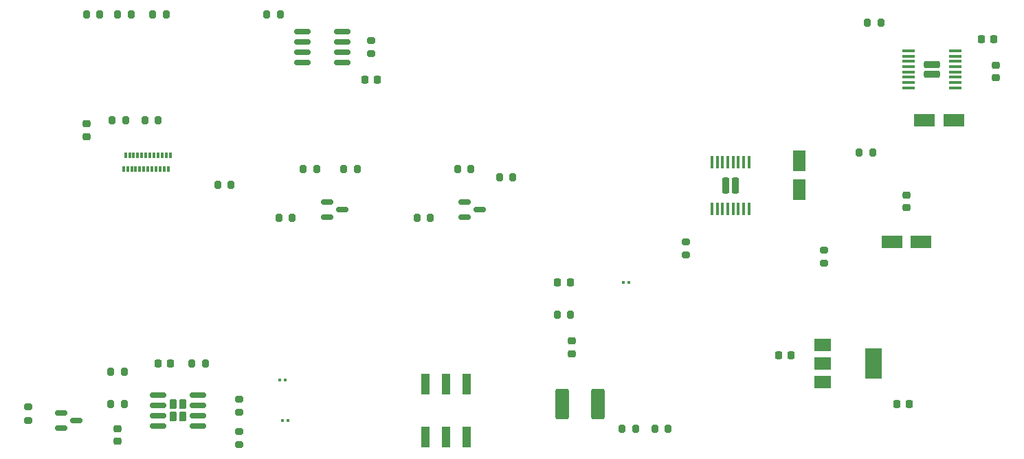
<source format=gbr>
%TF.GenerationSoftware,KiCad,Pcbnew,(7.0.0)*%
%TF.CreationDate,2025-04-15T21:28:57+02:00*%
%TF.ProjectId,PowerSchematic,506f7765-7253-4636-9865-6d617469632e,rev?*%
%TF.SameCoordinates,Original*%
%TF.FileFunction,Paste,Top*%
%TF.FilePolarity,Positive*%
%FSLAX46Y46*%
G04 Gerber Fmt 4.6, Leading zero omitted, Abs format (unit mm)*
G04 Created by KiCad (PCBNEW (7.0.0)) date 2025-04-15 21:28:57*
%MOMM*%
%LPD*%
G01*
G04 APERTURE LIST*
G04 Aperture macros list*
%AMRoundRect*
0 Rectangle with rounded corners*
0 $1 Rounding radius*
0 $2 $3 $4 $5 $6 $7 $8 $9 X,Y pos of 4 corners*
0 Add a 4 corners polygon primitive as box body*
4,1,4,$2,$3,$4,$5,$6,$7,$8,$9,$2,$3,0*
0 Add four circle primitives for the rounded corners*
1,1,$1+$1,$2,$3*
1,1,$1+$1,$4,$5*
1,1,$1+$1,$6,$7*
1,1,$1+$1,$8,$9*
0 Add four rect primitives between the rounded corners*
20,1,$1+$1,$2,$3,$4,$5,0*
20,1,$1+$1,$4,$5,$6,$7,0*
20,1,$1+$1,$6,$7,$8,$9,0*
20,1,$1+$1,$8,$9,$2,$3,0*%
G04 Aperture macros list end*
%ADD10RoundRect,0.200000X-0.275000X0.200000X-0.275000X-0.200000X0.275000X-0.200000X0.275000X0.200000X0*%
%ADD11RoundRect,0.100000X-0.687500X-0.100000X0.687500X-0.100000X0.687500X0.100000X-0.687500X0.100000X0*%
%ADD12RoundRect,0.232500X-0.757500X-0.232500X0.757500X-0.232500X0.757500X0.232500X-0.757500X0.232500X0*%
%ADD13RoundRect,0.200000X-0.200000X-0.275000X0.200000X-0.275000X0.200000X0.275000X-0.200000X0.275000X0*%
%ADD14RoundRect,0.225000X0.250000X-0.225000X0.250000X0.225000X-0.250000X0.225000X-0.250000X-0.225000X0*%
%ADD15RoundRect,0.100000X0.100000X-0.687500X0.100000X0.687500X-0.100000X0.687500X-0.100000X-0.687500X0*%
%ADD16RoundRect,0.232500X0.232500X-0.757500X0.232500X0.757500X-0.232500X0.757500X-0.232500X-0.757500X0*%
%ADD17RoundRect,0.225000X-0.250000X0.225000X-0.250000X-0.225000X0.250000X-0.225000X0.250000X0.225000X0*%
%ADD18R,1.000000X2.500000*%
%ADD19RoundRect,0.200000X0.275000X-0.200000X0.275000X0.200000X-0.275000X0.200000X-0.275000X-0.200000X0*%
%ADD20RoundRect,0.225000X-0.225000X-0.250000X0.225000X-0.250000X0.225000X0.250000X-0.225000X0.250000X0*%
%ADD21RoundRect,0.200000X0.200000X0.275000X-0.200000X0.275000X-0.200000X-0.275000X0.200000X-0.275000X0*%
%ADD22RoundRect,0.079500X-0.079500X-0.100500X0.079500X-0.100500X0.079500X0.100500X-0.079500X0.100500X0*%
%ADD23RoundRect,0.150000X-0.825000X-0.150000X0.825000X-0.150000X0.825000X0.150000X-0.825000X0.150000X0*%
%ADD24RoundRect,0.225000X0.225000X0.250000X-0.225000X0.250000X-0.225000X-0.250000X0.225000X-0.250000X0*%
%ADD25RoundRect,0.250000X-0.587500X-1.625000X0.587500X-1.625000X0.587500X1.625000X-0.587500X1.625000X0*%
%ADD26RoundRect,0.150000X-0.587500X-0.150000X0.587500X-0.150000X0.587500X0.150000X-0.587500X0.150000X0*%
%ADD27R,2.000000X1.500000*%
%ADD28R,2.000000X3.800000*%
%ADD29RoundRect,0.250000X1.050000X0.550000X-1.050000X0.550000X-1.050000X-0.550000X1.050000X-0.550000X0*%
%ADD30RoundRect,0.250000X-1.050000X-0.550000X1.050000X-0.550000X1.050000X0.550000X-1.050000X0.550000X0*%
%ADD31R,0.300000X0.700000*%
%ADD32RoundRect,0.230000X-0.230000X-0.375000X0.230000X-0.375000X0.230000X0.375000X-0.230000X0.375000X0*%
%ADD33RoundRect,0.250000X-0.550000X1.050000X-0.550000X-1.050000X0.550000X-1.050000X0.550000X1.050000X0*%
%ADD34RoundRect,0.079500X0.079500X0.100500X-0.079500X0.100500X-0.079500X-0.100500X0.079500X-0.100500X0*%
G04 APERTURE END LIST*
D10*
%TO.C,R22*%
X125225000Y-57175000D03*
X125225000Y-58825000D03*
%TD*%
D11*
%TO.C,U5*%
X197200000Y-58450000D03*
X197200000Y-59100000D03*
X197200000Y-59750000D03*
X197200000Y-60400000D03*
X197200000Y-61050000D03*
X197200000Y-61700000D03*
X197200000Y-62350000D03*
X197200000Y-63000000D03*
X191475000Y-63000000D03*
X191475000Y-62350000D03*
X191475000Y-61700000D03*
X191475000Y-61050000D03*
X191475000Y-60400000D03*
X191475000Y-59750000D03*
X191475000Y-59100000D03*
X191475000Y-58450000D03*
D12*
X194337500Y-61305000D03*
X194337500Y-60145000D03*
%TD*%
D13*
%TO.C,R27*%
X113875000Y-79000000D03*
X115525000Y-79000000D03*
%TD*%
D14*
%TO.C,C13*%
X202200000Y-60225000D03*
X202200000Y-61775000D03*
%TD*%
D15*
%TO.C,U1*%
X167225000Y-72187500D03*
X167875000Y-72187500D03*
X168525000Y-72187500D03*
X169175000Y-72187500D03*
X169825000Y-72187500D03*
X170475000Y-72187500D03*
X171125000Y-72187500D03*
X171775000Y-72187500D03*
X171775000Y-77912500D03*
X171125000Y-77912500D03*
X170475000Y-77912500D03*
X169825000Y-77912500D03*
X169175000Y-77912500D03*
X168525000Y-77912500D03*
X167875000Y-77912500D03*
X167225000Y-77912500D03*
D16*
X170080000Y-75050000D03*
X168920000Y-75050000D03*
%TD*%
D17*
%TO.C,C9*%
X150000000Y-94225000D03*
X150000000Y-95775000D03*
%TD*%
D18*
%TO.C,SW1*%
X136999999Y-99499999D03*
X131919999Y-105999999D03*
X131919999Y-99499999D03*
X136999999Y-105999999D03*
X134459999Y-99499999D03*
X134459999Y-105999999D03*
%TD*%
D13*
%TO.C,R9*%
X98350000Y-54000000D03*
X100000000Y-54000000D03*
%TD*%
D19*
%TO.C,R7*%
X164000000Y-81975000D03*
X164000000Y-83625000D03*
%TD*%
D20*
%TO.C,C7*%
X175450000Y-96000000D03*
X177000000Y-96000000D03*
%TD*%
D21*
%TO.C,R15*%
X149825000Y-91000000D03*
X148175000Y-91000000D03*
%TD*%
D13*
%TO.C,R25*%
X121875000Y-73000000D03*
X123525000Y-73000000D03*
%TD*%
%TO.C,R3*%
X93175000Y-98000000D03*
X94825000Y-98000000D03*
%TD*%
D14*
%TO.C,C4*%
X94000000Y-106550000D03*
X94000000Y-105000000D03*
%TD*%
D13*
%TO.C,R18*%
X188025000Y-55000000D03*
X186375000Y-55000000D03*
%TD*%
D22*
%TO.C,RED1*%
X114310000Y-104000000D03*
X115000000Y-104000000D03*
%TD*%
D13*
%TO.C,R12*%
X95000000Y-67000000D03*
X93350000Y-67000000D03*
%TD*%
D17*
%TO.C,C1*%
X90175000Y-69000000D03*
X90175000Y-67450000D03*
%TD*%
D23*
%TO.C,U6*%
X116750000Y-56095000D03*
X116750000Y-57365000D03*
X116750000Y-58635000D03*
X116750000Y-59905000D03*
X121700000Y-59905000D03*
X121700000Y-58635000D03*
X121700000Y-57365000D03*
X121700000Y-56095000D03*
%TD*%
D17*
%TO.C,C2*%
X191200000Y-77775000D03*
X191200000Y-76225000D03*
%TD*%
D21*
%TO.C,R19*%
X185375000Y-71000000D03*
X187025000Y-71000000D03*
%TD*%
D24*
%TO.C,C8*%
X190000000Y-102000000D03*
X191550000Y-102000000D03*
%TD*%
D20*
%TO.C,C14*%
X124450000Y-62000000D03*
X126000000Y-62000000D03*
%TD*%
D10*
%TO.C,R5*%
X109000000Y-101350000D03*
X109000000Y-103000000D03*
%TD*%
D24*
%TO.C,C3*%
X100550000Y-97000000D03*
X99000000Y-97000000D03*
%TD*%
D13*
%TO.C,R24*%
X130875000Y-79000000D03*
X132525000Y-79000000D03*
%TD*%
%TO.C,R26*%
X116875000Y-73000000D03*
X118525000Y-73000000D03*
%TD*%
D25*
%TO.C,D9*%
X148812500Y-102000000D03*
X153187500Y-102000000D03*
%TD*%
D10*
%TO.C,R6*%
X109000000Y-105350000D03*
X109000000Y-107000000D03*
%TD*%
D13*
%TO.C,R20*%
X93175000Y-102000000D03*
X94825000Y-102000000D03*
%TD*%
%TO.C,R4*%
X103175000Y-97000000D03*
X104825000Y-97000000D03*
%TD*%
%TO.C,R11*%
X160175000Y-105000000D03*
X161825000Y-105000000D03*
%TD*%
%TO.C,R2*%
X94000000Y-54000000D03*
X95650000Y-54000000D03*
%TD*%
D26*
%TO.C,Q1*%
X87062500Y-103050000D03*
X87062500Y-104950000D03*
X88937500Y-104000000D03*
%TD*%
D22*
%TO.C,GREEN1*%
X114000000Y-99000000D03*
X114690000Y-99000000D03*
%TD*%
D26*
%TO.C,Q3*%
X136762500Y-77050000D03*
X136762500Y-78950000D03*
X138637500Y-78000000D03*
%TD*%
D27*
%TO.C,U3*%
X180849999Y-94699999D03*
X180849999Y-96999999D03*
D28*
X187149999Y-96999999D03*
D27*
X180849999Y-99299999D03*
%TD*%
D29*
%TO.C,C11*%
X193400000Y-67000000D03*
X197000000Y-67000000D03*
%TD*%
D13*
%TO.C,R23*%
X141050000Y-74000000D03*
X142700000Y-74000000D03*
%TD*%
D10*
%TO.C,R21*%
X83000000Y-102350000D03*
X83000000Y-104000000D03*
%TD*%
D24*
%TO.C,C10*%
X149775000Y-87000000D03*
X148225000Y-87000000D03*
%TD*%
D30*
%TO.C,C5*%
X189400000Y-82000000D03*
X193000000Y-82000000D03*
%TD*%
D20*
%TO.C,C12*%
X201975000Y-57000000D03*
X200425000Y-57000000D03*
%TD*%
D13*
%TO.C,R17*%
X135875000Y-73000000D03*
X137525000Y-73000000D03*
%TD*%
D31*
%TO.C,J1*%
X94734999Y-72999999D03*
X95234999Y-72999999D03*
X95734999Y-72999999D03*
X96234999Y-72999999D03*
X96734999Y-72999999D03*
X97234999Y-72999999D03*
X97734999Y-72999999D03*
X98234999Y-72999999D03*
X98734999Y-72999999D03*
X99234999Y-72999999D03*
X99734999Y-72999999D03*
X100234999Y-72999999D03*
X100484999Y-71299999D03*
X99984999Y-71299999D03*
X99484999Y-71299999D03*
X98984999Y-71299999D03*
X98484999Y-71299999D03*
X97984999Y-71299999D03*
X97484999Y-71299999D03*
X96984999Y-71299999D03*
X96484999Y-71299999D03*
X95984999Y-71299999D03*
X95484999Y-71299999D03*
X94984999Y-71299999D03*
%TD*%
D13*
%TO.C,R13*%
X99000000Y-67000000D03*
X97350000Y-67000000D03*
%TD*%
D32*
%TO.C,U2*%
X100860000Y-102000000D03*
X100860000Y-103500000D03*
X102000000Y-102000000D03*
X102000000Y-103500000D03*
D23*
X98955000Y-100845000D03*
X98955000Y-102115000D03*
X98955000Y-103385000D03*
X98955000Y-104655000D03*
X103905000Y-104655000D03*
X103905000Y-103385000D03*
X103905000Y-102115000D03*
X103905000Y-100845000D03*
%TD*%
D13*
%TO.C,R16*%
X112400000Y-54000000D03*
X114050000Y-54000000D03*
%TD*%
D33*
%TO.C,C6*%
X178000000Y-75600000D03*
X178000000Y-72000000D03*
%TD*%
D13*
%TO.C,R14*%
X108000000Y-75000000D03*
X106350000Y-75000000D03*
%TD*%
D26*
%TO.C,Q2*%
X119825000Y-77050000D03*
X119825000Y-78950000D03*
X121700000Y-78000000D03*
%TD*%
D13*
%TO.C,R10*%
X156175000Y-105000000D03*
X157825000Y-105000000D03*
%TD*%
D19*
%TO.C,R8*%
X181000000Y-82975000D03*
X181000000Y-84625000D03*
%TD*%
D34*
%TO.C,L1*%
X157000000Y-87000000D03*
X156310000Y-87000000D03*
%TD*%
D13*
%TO.C,R1*%
X90175000Y-54000000D03*
X91825000Y-54000000D03*
%TD*%
M02*

</source>
